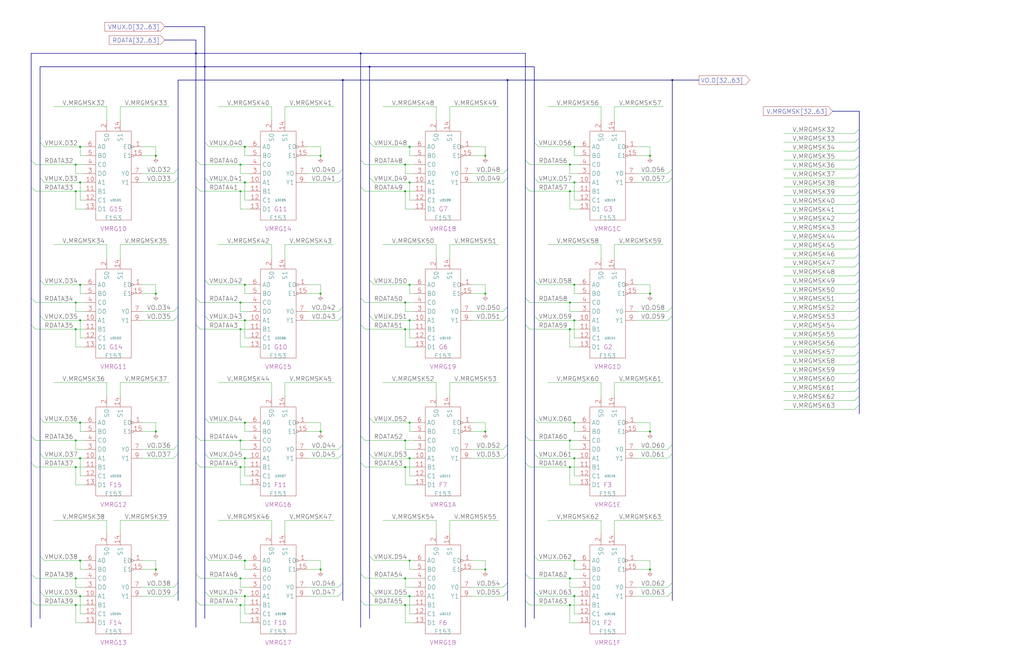
<source format=kicad_sch>
(kicad_sch (version 20230121) (generator eeschema)
  (paper "User" 584.2 378.46)
  (title_block (title "MERGER / VALUE HALF LSB'S") (date "20-MAR-90") (rev "1.0") (comment 1 "FIU") (comment 2 "232-003065") (comment 3 "S400") (comment 4 "RELEASED"))
  (junction (at 137.16 330.2))
  (junction (at 231.14 109.22))
  (junction (at 231.14 93.98))
  (junction (at 137.16 345.44))
  (junction (at 45.72 162.56))
  (junction (at 327.66 261.62))
  (junction (at 45.72 83.82))
  (junction (at 325.12 109.22))
  (junction (at 43.18 93.98))
  (junction (at 88.9 246.38))
  (junction (at 88.9 88.9))
  (junction (at 327.66 104.14))
  (junction (at 111.76 30.48))
  (junction (at 88.9 325.12))
  (junction (at 88.9 167.64))
  (junction (at 205.74 30.48))
  (junction (at 370.84 88.9))
  (junction (at 233.68 241.3))
  (junction (at 383.54 45.72))
  (junction (at 182.88 167.64))
  (junction (at 231.14 187.96))
  (junction (at 139.7 261.62))
  (junction (at 137.16 251.46))
  (junction (at 43.18 251.46))
  (junction (at 45.72 320.04))
  (junction (at 231.14 266.7))
  (junction (at 182.88 88.9))
  (junction (at 289.56 45.72))
  (junction (at 325.12 330.2))
  (junction (at 233.68 104.14))
  (junction (at 325.12 172.72))
  (junction (at 325.12 93.98))
  (junction (at 45.72 241.3))
  (junction (at 327.66 182.88))
  (junction (at 231.14 251.46))
  (junction (at 276.86 246.38))
  (junction (at 233.68 182.88))
  (junction (at 231.14 345.44))
  (junction (at 233.68 162.56))
  (junction (at 43.18 187.96))
  (junction (at 276.86 325.12))
  (junction (at 45.72 182.88))
  (junction (at 137.16 109.22))
  (junction (at 43.18 172.72))
  (junction (at 137.16 172.72))
  (junction (at 276.86 167.64))
  (junction (at 43.18 109.22))
  (junction (at 233.68 320.04))
  (junction (at 327.66 162.56))
  (junction (at 231.14 330.2))
  (junction (at 327.66 340.36))
  (junction (at 182.88 325.12))
  (junction (at 137.16 266.7))
  (junction (at 325.12 345.44))
  (junction (at 137.16 187.96))
  (junction (at 182.88 246.38))
  (junction (at 231.14 172.72))
  (junction (at 327.66 241.3))
  (junction (at 139.7 104.14))
  (junction (at 45.72 104.14))
  (junction (at 233.68 83.82))
  (junction (at 116.84 38.1))
  (junction (at 139.7 320.04))
  (junction (at 45.72 340.36))
  (junction (at 43.18 266.7))
  (junction (at 43.18 345.44))
  (junction (at 370.84 167.64))
  (junction (at 139.7 340.36))
  (junction (at 327.66 320.04))
  (junction (at 137.16 93.98))
  (junction (at 233.68 261.62))
  (junction (at 210.82 38.1))
  (junction (at 195.58 45.72))
  (junction (at 370.84 325.12))
  (junction (at 43.18 330.2))
  (junction (at 370.84 246.38))
  (junction (at 139.7 241.3))
  (junction (at 325.12 251.46))
  (junction (at 139.7 182.88))
  (junction (at 276.86 88.9))
  (junction (at 233.68 340.36))
  (junction (at 139.7 162.56))
  (junction (at 139.7 83.82))
  (junction (at 327.66 83.82))
  (junction (at 325.12 266.7))
  (junction (at 325.12 187.96))
  (junction (at 45.72 261.62))
  (bus_entry (at 116.84 160.02) (size 2.54 2.54))
  (bus_entry (at 490.22 220.98) (size -2.54 2.54))
  (bus_entry (at 210.82 259.08) (size 2.54 2.54))
  (bus_entry (at 383.54 175.26) (size -2.54 2.54))
  (bus_entry (at 490.22 149.86) (size -2.54 2.54))
  (bus_entry (at 490.22 119.38) (size -2.54 2.54))
  (bus_entry (at 195.58 254) (size -2.54 2.54))
  (bus_entry (at 101.6 101.6) (size -2.54 2.54))
  (bus_entry (at 289.56 332.74) (size -2.54 2.54))
  (bus_entry (at 383.54 101.6) (size -2.54 2.54))
  (bus_entry (at 195.58 332.74) (size -2.54 2.54))
  (bus_entry (at 205.74 170.18) (size 2.54 2.54))
  (bus_entry (at 490.22 104.14) (size -2.54 2.54))
  (bus_entry (at 17.78 264.16) (size 2.54 2.54))
  (bus_entry (at 17.78 185.42) (size 2.54 2.54))
  (bus_entry (at 304.8 81.28) (size 2.54 2.54))
  (bus_entry (at 205.74 248.92) (size 2.54 2.54))
  (bus_entry (at 210.82 160.02) (size 2.54 2.54))
  (bus_entry (at 304.8 180.34) (size 2.54 2.54))
  (bus_entry (at 490.22 185.42) (size -2.54 2.54))
  (bus_entry (at 101.6 180.34) (size -2.54 2.54))
  (bus_entry (at 490.22 129.54) (size -2.54 2.54))
  (bus_entry (at 210.82 317.5) (size 2.54 2.54))
  (bus_entry (at 205.74 106.68) (size 2.54 2.54))
  (bus_entry (at 111.76 170.18) (size 2.54 2.54))
  (bus_entry (at 490.22 205.74) (size -2.54 2.54))
  (bus_entry (at 210.82 337.82) (size 2.54 2.54))
  (bus_entry (at 111.76 185.42) (size 2.54 2.54))
  (bus_entry (at 116.84 238.76) (size 2.54 2.54))
  (bus_entry (at 490.22 175.26) (size -2.54 2.54))
  (bus_entry (at 17.78 91.44) (size 2.54 2.54))
  (bus_entry (at 205.74 327.66) (size 2.54 2.54))
  (bus_entry (at 111.76 91.44) (size 2.54 2.54))
  (bus_entry (at 205.74 185.42) (size 2.54 2.54))
  (bus_entry (at 116.84 259.08) (size 2.54 2.54))
  (bus_entry (at 299.72 185.42) (size 2.54 2.54))
  (bus_entry (at 383.54 180.34) (size -2.54 2.54))
  (bus_entry (at 205.74 342.9) (size 2.54 2.54))
  (bus_entry (at 22.86 317.5) (size 2.54 2.54))
  (bus_entry (at 101.6 175.26) (size -2.54 2.54))
  (bus_entry (at 304.8 160.02) (size 2.54 2.54))
  (bus_entry (at 17.78 248.92) (size 2.54 2.54))
  (bus_entry (at 111.76 248.92) (size 2.54 2.54))
  (bus_entry (at 111.76 327.66) (size 2.54 2.54))
  (bus_entry (at 116.84 101.6) (size 2.54 2.54))
  (bus_entry (at 299.72 170.18) (size 2.54 2.54))
  (bus_entry (at 210.82 101.6) (size 2.54 2.54))
  (bus_entry (at 490.22 190.5) (size -2.54 2.54))
  (bus_entry (at 195.58 96.52) (size -2.54 2.54))
  (bus_entry (at 101.6 259.08) (size -2.54 2.54))
  (bus_entry (at 289.56 96.52) (size -2.54 2.54))
  (bus_entry (at 490.22 139.7) (size -2.54 2.54))
  (bus_entry (at 22.86 101.6) (size 2.54 2.54))
  (bus_entry (at 490.22 83.82) (size -2.54 2.54))
  (bus_entry (at 195.58 175.26) (size -2.54 2.54))
  (bus_entry (at 490.22 144.78) (size -2.54 2.54))
  (bus_entry (at 116.84 337.82) (size 2.54 2.54))
  (bus_entry (at 383.54 332.74) (size -2.54 2.54))
  (bus_entry (at 304.8 238.76) (size 2.54 2.54))
  (bus_entry (at 490.22 109.22) (size -2.54 2.54))
  (bus_entry (at 490.22 170.18) (size -2.54 2.54))
  (bus_entry (at 101.6 96.52) (size -2.54 2.54))
  (bus_entry (at 289.56 180.34) (size -2.54 2.54))
  (bus_entry (at 17.78 327.66) (size 2.54 2.54))
  (bus_entry (at 304.8 259.08) (size 2.54 2.54))
  (bus_entry (at 490.22 180.34) (size -2.54 2.54))
  (bus_entry (at 22.86 81.28) (size 2.54 2.54))
  (bus_entry (at 22.86 180.34) (size 2.54 2.54))
  (bus_entry (at 490.22 154.94) (size -2.54 2.54))
  (bus_entry (at 299.72 327.66) (size 2.54 2.54))
  (bus_entry (at 490.22 215.9) (size -2.54 2.54))
  (bus_entry (at 383.54 259.08) (size -2.54 2.54))
  (bus_entry (at 490.22 200.66) (size -2.54 2.54))
  (bus_entry (at 22.86 160.02) (size 2.54 2.54))
  (bus_entry (at 195.58 259.08) (size -2.54 2.54))
  (bus_entry (at 383.54 96.52) (size -2.54 2.54))
  (bus_entry (at 304.8 101.6) (size 2.54 2.54))
  (bus_entry (at 299.72 264.16) (size 2.54 2.54))
  (bus_entry (at 101.6 254) (size -2.54 2.54))
  (bus_entry (at 22.86 259.08) (size 2.54 2.54))
  (bus_entry (at 116.84 81.28) (size 2.54 2.54))
  (bus_entry (at 111.76 342.9) (size 2.54 2.54))
  (bus_entry (at 490.22 88.9) (size -2.54 2.54))
  (bus_entry (at 205.74 91.44) (size 2.54 2.54))
  (bus_entry (at 289.56 175.26) (size -2.54 2.54))
  (bus_entry (at 490.22 210.82) (size -2.54 2.54))
  (bus_entry (at 210.82 81.28) (size 2.54 2.54))
  (bus_entry (at 490.22 134.62) (size -2.54 2.54))
  (bus_entry (at 299.72 106.68) (size 2.54 2.54))
  (bus_entry (at 299.72 91.44) (size 2.54 2.54))
  (bus_entry (at 383.54 337.82) (size -2.54 2.54))
  (bus_entry (at 490.22 78.74) (size -2.54 2.54))
  (bus_entry (at 289.56 259.08) (size -2.54 2.54))
  (bus_entry (at 116.84 317.5) (size 2.54 2.54))
  (bus_entry (at 490.22 124.46) (size -2.54 2.54))
  (bus_entry (at 17.78 170.18) (size 2.54 2.54))
  (bus_entry (at 490.22 195.58) (size -2.54 2.54))
  (bus_entry (at 299.72 342.9) (size 2.54 2.54))
  (bus_entry (at 490.22 99.06) (size -2.54 2.54))
  (bus_entry (at 111.76 264.16) (size 2.54 2.54))
  (bus_entry (at 490.22 114.3) (size -2.54 2.54))
  (bus_entry (at 490.22 165.1) (size -2.54 2.54))
  (bus_entry (at 299.72 248.92) (size 2.54 2.54))
  (bus_entry (at 195.58 101.6) (size -2.54 2.54))
  (bus_entry (at 17.78 342.9) (size 2.54 2.54))
  (bus_entry (at 304.8 337.82) (size 2.54 2.54))
  (bus_entry (at 101.6 337.82) (size -2.54 2.54))
  (bus_entry (at 116.84 180.34) (size 2.54 2.54))
  (bus_entry (at 289.56 101.6) (size -2.54 2.54))
  (bus_entry (at 289.56 337.82) (size -2.54 2.54))
  (bus_entry (at 111.76 106.68) (size 2.54 2.54))
  (bus_entry (at 383.54 254) (size -2.54 2.54))
  (bus_entry (at 195.58 180.34) (size -2.54 2.54))
  (bus_entry (at 289.56 254) (size -2.54 2.54))
  (bus_entry (at 490.22 160.02) (size -2.54 2.54))
  (bus_entry (at 195.58 337.82) (size -2.54 2.54))
  (bus_entry (at 210.82 180.34) (size 2.54 2.54))
  (bus_entry (at 101.6 332.74) (size -2.54 2.54))
  (bus_entry (at 304.8 317.5) (size 2.54 2.54))
  (bus_entry (at 22.86 337.82) (size 2.54 2.54))
  (bus_entry (at 490.22 226.06) (size -2.54 2.54))
  (bus_entry (at 210.82 238.76) (size 2.54 2.54))
  (bus_entry (at 490.22 73.66) (size -2.54 2.54))
  (bus_entry (at 205.74 264.16) (size 2.54 2.54))
  (bus_entry (at 490.22 231.14) (size -2.54 2.54))
  (bus_entry (at 22.86 238.76) (size 2.54 2.54))
  (bus_entry (at 17.78 106.68) (size 2.54 2.54))
  (bus_entry (at 490.22 93.98) (size -2.54 2.54))
  (wire (pts (xy 45.72 182.88) (xy 48.26 182.88)))
  (bus (pts (xy 490.22 226.06) (xy 490.22 231.14)))
  (wire (pts (xy 208.28 266.7) (xy 231.14 266.7)))
  (wire (pts (xy 25.4 241.3) (xy 45.72 241.3)))
  (wire (pts (xy 119.38 241.3) (xy 139.7 241.3)))
  (bus (pts (xy 17.78 264.16) (xy 17.78 327.66)))
  (wire (pts (xy 68.58 226.06) (xy 68.58 218.44)))
  (wire (pts (xy 447.04 132.08) (xy 487.68 132.08)))
  (bus (pts (xy 490.22 104.14) (xy 490.22 109.22)))
  (wire (pts (xy 312.42 60.96) (xy 342.9 60.96)))
  (wire (pts (xy 162.56 139.7) (xy 190.5 139.7)))
  (wire (pts (xy 256.54 68.58) (xy 256.54 60.96)))
  (wire (pts (xy 325.12 335.28) (xy 325.12 330.2)))
  (wire (pts (xy 142.24 99.06) (xy 137.16 99.06)))
  (wire (pts (xy 45.72 114.3) (xy 45.72 104.14)))
  (bus (pts (xy 205.74 185.42) (xy 205.74 248.92)))
  (wire (pts (xy 325.12 177.8) (xy 325.12 172.72)))
  (wire (pts (xy 154.94 226.06) (xy 154.94 218.44)))
  (wire (pts (xy 60.96 68.58) (xy 60.96 60.96)))
  (wire (pts (xy 137.16 266.7) (xy 142.24 266.7)))
  (wire (pts (xy 20.32 172.72) (xy 43.18 172.72)))
  (wire (pts (xy 139.7 182.88) (xy 142.24 182.88)))
  (wire (pts (xy 233.68 88.9) (xy 233.68 83.82)))
  (wire (pts (xy 139.7 320.04) (xy 142.24 320.04)))
  (bus (pts (xy 210.82 180.34) (xy 210.82 238.76)))
  (bus (pts (xy 111.76 264.16) (xy 111.76 327.66)))
  (wire (pts (xy 307.34 182.88) (xy 327.66 182.88)))
  (wire (pts (xy 162.56 304.8) (xy 162.56 297.18)))
  (bus (pts (xy 490.22 231.14) (xy 490.22 236.22)))
  (wire (pts (xy 45.72 246.38) (xy 45.72 241.3)))
  (wire (pts (xy 370.84 83.82) (xy 370.84 88.9)))
  (bus (pts (xy 101.6 254) (xy 101.6 259.08)))
  (wire (pts (xy 81.28 261.62) (xy 99.06 261.62)))
  (wire (pts (xy 350.52 68.58) (xy 350.52 60.96)))
  (wire (pts (xy 302.26 345.44) (xy 325.12 345.44)))
  (wire (pts (xy 114.3 345.44) (xy 137.16 345.44)))
  (wire (pts (xy 119.38 340.36) (xy 139.7 340.36)))
  (wire (pts (xy 81.28 256.54) (xy 99.06 256.54)))
  (wire (pts (xy 256.54 218.44) (xy 284.48 218.44)))
  (wire (pts (xy 233.68 350.52) (xy 233.68 340.36)))
  (wire (pts (xy 88.9 320.04) (xy 88.9 325.12)))
  (wire (pts (xy 139.7 261.62) (xy 142.24 261.62)))
  (wire (pts (xy 233.68 182.88) (xy 236.22 182.88)))
  (wire (pts (xy 60.96 147.32) (xy 60.96 139.7)))
  (wire (pts (xy 269.24 340.36) (xy 287.02 340.36)))
  (wire (pts (xy 236.22 335.28) (xy 231.14 335.28)))
  (wire (pts (xy 30.48 218.44) (xy 60.96 218.44)))
  (wire (pts (xy 447.04 101.6) (xy 487.68 101.6)))
  (wire (pts (xy 327.66 340.36) (xy 330.2 340.36)))
  (wire (pts (xy 233.68 241.3) (xy 236.22 241.3)))
  (wire (pts (xy 269.24 246.38) (xy 276.86 246.38)))
  (bus (pts (xy 111.76 22.86) (xy 111.76 30.48)))
  (wire (pts (xy 447.04 167.64) (xy 487.68 167.64)))
  (wire (pts (xy 213.36 320.04) (xy 233.68 320.04)))
  (wire (pts (xy 114.3 109.22) (xy 137.16 109.22)))
  (bus (pts (xy 490.22 185.42) (xy 490.22 190.5)))
  (wire (pts (xy 233.68 320.04) (xy 236.22 320.04)))
  (bus (pts (xy 22.86 81.28) (xy 22.86 101.6)))
  (wire (pts (xy 330.2 88.9) (xy 327.66 88.9)))
  (bus (pts (xy 101.6 337.82) (xy 101.6 342.9)))
  (bus (pts (xy 101.6 259.08) (xy 101.6 332.74)))
  (bus (pts (xy 116.84 259.08) (xy 116.84 317.5)))
  (wire (pts (xy 363.22 261.62) (xy 381 261.62)))
  (wire (pts (xy 137.16 93.98) (xy 142.24 93.98)))
  (bus (pts (xy 205.74 342.9) (xy 205.74 358.14)))
  (bus (pts (xy 17.78 30.48) (xy 17.78 91.44)))
  (wire (pts (xy 81.28 246.38) (xy 88.9 246.38)))
  (bus (pts (xy 17.78 30.48) (xy 111.76 30.48)))
  (wire (pts (xy 302.26 251.46) (xy 325.12 251.46)))
  (bus (pts (xy 17.78 342.9) (xy 17.78 358.14)))
  (bus (pts (xy 195.58 96.52) (xy 195.58 101.6)))
  (wire (pts (xy 325.12 109.22) (xy 330.2 109.22)))
  (wire (pts (xy 30.48 297.18) (xy 60.96 297.18)))
  (wire (pts (xy 312.42 139.7) (xy 342.9 139.7)))
  (wire (pts (xy 447.04 233.68) (xy 487.68 233.68)))
  (wire (pts (xy 248.92 68.58) (xy 248.92 60.96)))
  (wire (pts (xy 330.2 119.38) (xy 325.12 119.38)))
  (wire (pts (xy 363.22 320.04) (xy 370.84 320.04)))
  (wire (pts (xy 236.22 325.12) (xy 233.68 325.12)))
  (wire (pts (xy 342.9 68.58) (xy 342.9 60.96)))
  (bus (pts (xy 490.22 114.3) (xy 490.22 119.38)))
  (wire (pts (xy 68.58 297.18) (xy 96.52 297.18)))
  (wire (pts (xy 231.14 93.98) (xy 236.22 93.98)))
  (wire (pts (xy 142.24 114.3) (xy 139.7 114.3)))
  (bus (pts (xy 101.6 45.72) (xy 195.58 45.72)))
  (wire (pts (xy 363.22 177.8) (xy 381 177.8)))
  (wire (pts (xy 114.3 251.46) (xy 137.16 251.46)))
  (wire (pts (xy 447.04 177.8) (xy 487.68 177.8)))
  (wire (pts (xy 218.44 297.18) (xy 248.92 297.18)))
  (wire (pts (xy 231.14 355.6) (xy 231.14 345.44)))
  (wire (pts (xy 231.14 330.2) (xy 236.22 330.2)))
  (wire (pts (xy 447.04 76.2) (xy 487.68 76.2)))
  (wire (pts (xy 447.04 162.56) (xy 487.68 162.56)))
  (bus (pts (xy 116.84 337.82) (xy 116.84 353.06)))
  (wire (pts (xy 363.22 83.82) (xy 370.84 83.82)))
  (wire (pts (xy 119.38 182.88) (xy 139.7 182.88)))
  (wire (pts (xy 43.18 177.8) (xy 43.18 172.72)))
  (wire (pts (xy 175.26 340.36) (xy 193.04 340.36)))
  (wire (pts (xy 114.3 330.2) (xy 137.16 330.2)))
  (wire (pts (xy 218.44 218.44) (xy 248.92 218.44)))
  (wire (pts (xy 363.22 335.28) (xy 381 335.28)))
  (wire (pts (xy 236.22 88.9) (xy 233.68 88.9)))
  (bus (pts (xy 304.8 81.28) (xy 304.8 101.6)))
  (wire (pts (xy 142.24 167.64) (xy 139.7 167.64)))
  (bus (pts (xy 299.72 106.68) (xy 299.72 170.18)))
  (wire (pts (xy 447.04 106.68) (xy 487.68 106.68)))
  (wire (pts (xy 124.46 60.96) (xy 154.94 60.96)))
  (wire (pts (xy 231.14 198.12) (xy 231.14 187.96)))
  (wire (pts (xy 142.24 350.52) (xy 139.7 350.52)))
  (wire (pts (xy 81.28 167.64) (xy 88.9 167.64)))
  (wire (pts (xy 269.24 83.82) (xy 276.86 83.82)))
  (wire (pts (xy 269.24 241.3) (xy 276.86 241.3)))
  (wire (pts (xy 81.28 335.28) (xy 99.06 335.28)))
  (wire (pts (xy 48.26 198.12) (xy 43.18 198.12)))
  (bus (pts (xy 111.76 106.68) (xy 111.76 170.18)))
  (wire (pts (xy 325.12 99.06) (xy 325.12 93.98)))
  (wire (pts (xy 81.28 320.04) (xy 88.9 320.04)))
  (wire (pts (xy 81.28 162.56) (xy 88.9 162.56)))
  (wire (pts (xy 447.04 111.76) (xy 487.68 111.76)))
  (bus (pts (xy 116.84 38.1) (xy 210.82 38.1)))
  (wire (pts (xy 142.24 119.38) (xy 137.16 119.38)))
  (wire (pts (xy 175.26 241.3) (xy 182.88 241.3)))
  (wire (pts (xy 139.7 88.9) (xy 139.7 83.82)))
  (bus (pts (xy 490.22 210.82) (xy 490.22 215.9)))
  (wire (pts (xy 81.28 104.14) (xy 99.06 104.14)))
  (wire (pts (xy 139.7 162.56) (xy 142.24 162.56)))
  (wire (pts (xy 248.92 304.8) (xy 248.92 297.18)))
  (wire (pts (xy 175.26 88.9) (xy 182.88 88.9)))
  (wire (pts (xy 43.18 355.6) (xy 43.18 345.44)))
  (wire (pts (xy 182.88 83.82) (xy 182.88 88.9)))
  (bus (pts (xy 116.84 180.34) (xy 116.84 238.76)))
  (wire (pts (xy 25.4 182.88) (xy 45.72 182.88)))
  (wire (pts (xy 119.38 83.82) (xy 139.7 83.82)))
  (wire (pts (xy 236.22 246.38) (xy 233.68 246.38)))
  (wire (pts (xy 330.2 99.06) (xy 325.12 99.06)))
  (wire (pts (xy 68.58 60.96) (xy 96.52 60.96)))
  (wire (pts (xy 363.22 325.12) (xy 370.84 325.12)))
  (wire (pts (xy 325.12 172.72) (xy 330.2 172.72)))
  (wire (pts (xy 68.58 218.44) (xy 96.52 218.44)))
  (wire (pts (xy 342.9 226.06) (xy 342.9 218.44)))
  (bus (pts (xy 116.84 15.24) (xy 116.84 38.1)))
  (bus (pts (xy 299.72 342.9) (xy 299.72 358.14)))
  (bus (pts (xy 289.56 175.26) (xy 289.56 180.34)))
  (bus (pts (xy 205.74 30.48) (xy 205.74 91.44)))
  (wire (pts (xy 307.34 340.36) (xy 327.66 340.36)))
  (wire (pts (xy 88.9 162.56) (xy 88.9 167.64)))
  (bus (pts (xy 383.54 254) (xy 383.54 259.08)))
  (wire (pts (xy 363.22 340.36) (xy 381 340.36)))
  (wire (pts (xy 48.26 256.54) (xy 43.18 256.54)))
  (bus (pts (xy 22.86 317.5) (xy 22.86 337.82)))
  (wire (pts (xy 370.84 162.56) (xy 370.84 167.64)))
  (bus (pts (xy 490.22 205.74) (xy 490.22 210.82)))
  (bus (pts (xy 474.98 63.5) (xy 490.22 63.5)))
  (wire (pts (xy 208.28 187.96) (xy 231.14 187.96)))
  (wire (pts (xy 447.04 142.24) (xy 487.68 142.24)))
  (wire (pts (xy 231.14 119.38) (xy 231.14 109.22)))
  (bus (pts (xy 383.54 101.6) (xy 383.54 175.26)))
  (wire (pts (xy 208.28 345.44) (xy 231.14 345.44)))
  (wire (pts (xy 327.66 241.3) (xy 330.2 241.3)))
  (wire (pts (xy 236.22 177.8) (xy 231.14 177.8)))
  (wire (pts (xy 175.26 104.14) (xy 193.04 104.14)))
  (bus (pts (xy 210.82 259.08) (xy 210.82 317.5)))
  (wire (pts (xy 312.42 297.18) (xy 342.9 297.18)))
  (wire (pts (xy 137.16 99.06) (xy 137.16 93.98)))
  (wire (pts (xy 302.26 172.72) (xy 325.12 172.72)))
  (bus (pts (xy 17.78 91.44) (xy 17.78 106.68)))
  (wire (pts (xy 363.22 246.38) (xy 370.84 246.38)))
  (wire (pts (xy 45.72 241.3) (xy 48.26 241.3)))
  (wire (pts (xy 350.52 218.44) (xy 378.46 218.44)))
  (bus (pts (xy 195.58 45.72) (xy 289.56 45.72)))
  (wire (pts (xy 269.24 335.28) (xy 287.02 335.28)))
  (bus (pts (xy 289.56 45.72) (xy 383.54 45.72)))
  (wire (pts (xy 256.54 304.8) (xy 256.54 297.18)))
  (wire (pts (xy 137.16 172.72) (xy 142.24 172.72)))
  (wire (pts (xy 137.16 187.96) (xy 142.24 187.96)))
  (wire (pts (xy 213.36 182.88) (xy 233.68 182.88)))
  (bus (pts (xy 17.78 106.68) (xy 17.78 170.18)))
  (bus (pts (xy 490.22 93.98) (xy 490.22 99.06)))
  (wire (pts (xy 48.26 88.9) (xy 45.72 88.9)))
  (wire (pts (xy 236.22 114.3) (xy 233.68 114.3)))
  (bus (pts (xy 289.56 254) (xy 289.56 259.08)))
  (wire (pts (xy 350.52 139.7) (xy 378.46 139.7)))
  (bus (pts (xy 289.56 337.82) (xy 289.56 342.9)))
  (wire (pts (xy 363.22 162.56) (xy 370.84 162.56)))
  (bus (pts (xy 299.72 91.44) (xy 299.72 106.68)))
  (wire (pts (xy 325.12 355.6) (xy 325.12 345.44)))
  (wire (pts (xy 43.18 187.96) (xy 48.26 187.96)))
  (wire (pts (xy 139.7 193.04) (xy 139.7 182.88)))
  (wire (pts (xy 233.68 261.62) (xy 236.22 261.62)))
  (wire (pts (xy 307.34 320.04) (xy 327.66 320.04)))
  (bus (pts (xy 101.6 332.74) (xy 101.6 337.82)))
  (wire (pts (xy 30.48 60.96) (xy 60.96 60.96)))
  (bus (pts (xy 111.76 30.48) (xy 111.76 91.44)))
  (wire (pts (xy 327.66 114.3) (xy 327.66 104.14)))
  (wire (pts (xy 236.22 355.6) (xy 231.14 355.6)))
  (wire (pts (xy 81.28 99.06) (xy 99.06 99.06)))
  (wire (pts (xy 213.36 162.56) (xy 233.68 162.56)))
  (bus (pts (xy 22.86 38.1) (xy 116.84 38.1)))
  (wire (pts (xy 302.26 266.7) (xy 325.12 266.7)))
  (wire (pts (xy 363.22 104.14) (xy 381 104.14)))
  (wire (pts (xy 20.32 109.22) (xy 43.18 109.22)))
  (wire (pts (xy 154.94 68.58) (xy 154.94 60.96)))
  (wire (pts (xy 325.12 266.7) (xy 330.2 266.7)))
  (wire (pts (xy 269.24 256.54) (xy 287.02 256.54)))
  (wire (pts (xy 350.52 297.18) (xy 378.46 297.18)))
  (bus (pts (xy 17.78 327.66) (xy 17.78 342.9)))
  (wire (pts (xy 20.32 187.96) (xy 43.18 187.96)))
  (bus (pts (xy 490.22 129.54) (xy 490.22 134.62)))
  (wire (pts (xy 363.22 241.3) (xy 370.84 241.3)))
  (wire (pts (xy 307.34 241.3) (xy 327.66 241.3)))
  (wire (pts (xy 231.14 251.46) (xy 236.22 251.46)))
  (bus (pts (xy 205.74 264.16) (xy 205.74 327.66)))
  (wire (pts (xy 114.3 187.96) (xy 137.16 187.96)))
  (wire (pts (xy 236.22 350.52) (xy 233.68 350.52)))
  (wire (pts (xy 213.36 261.62) (xy 233.68 261.62)))
  (wire (pts (xy 43.18 172.72) (xy 48.26 172.72)))
  (wire (pts (xy 447.04 218.44) (xy 487.68 218.44)))
  (wire (pts (xy 307.34 83.82) (xy 327.66 83.82)))
  (bus (pts (xy 17.78 185.42) (xy 17.78 248.92)))
  (wire (pts (xy 142.24 177.8) (xy 137.16 177.8)))
  (bus (pts (xy 383.54 259.08) (xy 383.54 332.74)))
  (wire (pts (xy 269.24 261.62) (xy 287.02 261.62)))
  (wire (pts (xy 269.24 167.64) (xy 276.86 167.64)))
  (bus (pts (xy 490.22 144.78) (xy 490.22 149.86)))
  (wire (pts (xy 269.24 182.88) (xy 287.02 182.88)))
  (bus (pts (xy 195.58 175.26) (xy 195.58 180.34)))
  (bus (pts (xy 116.84 101.6) (xy 116.84 160.02)))
  (wire (pts (xy 175.26 83.82) (xy 182.88 83.82)))
  (wire (pts (xy 137.16 177.8) (xy 137.16 172.72)))
  (bus (pts (xy 490.22 149.86) (xy 490.22 154.94)))
  (wire (pts (xy 175.26 261.62) (xy 193.04 261.62)))
  (wire (pts (xy 162.56 147.32) (xy 162.56 139.7)))
  (wire (pts (xy 175.26 99.06) (xy 193.04 99.06)))
  (bus (pts (xy 22.86 238.76) (xy 22.86 259.08)))
  (wire (pts (xy 325.12 256.54) (xy 325.12 251.46)))
  (wire (pts (xy 327.66 88.9) (xy 327.66 83.82)))
  (bus (pts (xy 210.82 160.02) (xy 210.82 180.34)))
  (bus (pts (xy 195.58 180.34) (xy 195.58 254)))
  (wire (pts (xy 330.2 350.52) (xy 327.66 350.52)))
  (wire (pts (xy 256.54 226.06) (xy 256.54 218.44)))
  (wire (pts (xy 327.66 246.38) (xy 327.66 241.3)))
  (wire (pts (xy 302.26 109.22) (xy 325.12 109.22)))
  (bus (pts (xy 490.22 119.38) (xy 490.22 124.46)))
  (wire (pts (xy 68.58 304.8) (xy 68.58 297.18)))
  (bus (pts (xy 490.22 190.5) (xy 490.22 195.58)))
  (wire (pts (xy 175.26 325.12) (xy 182.88 325.12)))
  (wire (pts (xy 447.04 152.4) (xy 487.68 152.4)))
  (wire (pts (xy 114.3 93.98) (xy 137.16 93.98)))
  (wire (pts (xy 312.42 218.44) (xy 342.9 218.44)))
  (bus (pts (xy 22.86 38.1) (xy 22.86 81.28)))
  (wire (pts (xy 342.9 304.8) (xy 342.9 297.18)))
  (wire (pts (xy 81.28 83.82) (xy 88.9 83.82)))
  (bus (pts (xy 101.6 180.34) (xy 101.6 254)))
  (bus (pts (xy 289.56 101.6) (xy 289.56 175.26)))
  (wire (pts (xy 447.04 223.52) (xy 487.68 223.52)))
  (wire (pts (xy 208.28 251.46) (xy 231.14 251.46)))
  (wire (pts (xy 175.26 167.64) (xy 182.88 167.64)))
  (wire (pts (xy 327.66 271.78) (xy 327.66 261.62)))
  (wire (pts (xy 45.72 340.36) (xy 48.26 340.36)))
  (wire (pts (xy 325.12 119.38) (xy 325.12 109.22)))
  (wire (pts (xy 447.04 116.84) (xy 487.68 116.84)))
  (bus (pts (xy 205.74 106.68) (xy 205.74 170.18)))
  (wire (pts (xy 447.04 137.16) (xy 487.68 137.16)))
  (wire (pts (xy 43.18 345.44) (xy 48.26 345.44)))
  (bus (pts (xy 490.22 220.98) (xy 490.22 226.06)))
  (wire (pts (xy 154.94 147.32) (xy 154.94 139.7)))
  (bus (pts (xy 289.56 45.72) (xy 289.56 96.52)))
  (wire (pts (xy 233.68 114.3) (xy 233.68 104.14)))
  (bus (pts (xy 195.58 259.08) (xy 195.58 332.74)))
  (wire (pts (xy 236.22 193.04) (xy 233.68 193.04)))
  (wire (pts (xy 48.26 114.3) (xy 45.72 114.3)))
  (bus (pts (xy 299.72 248.92) (xy 299.72 264.16)))
  (bus (pts (xy 205.74 170.18) (xy 205.74 185.42)))
  (wire (pts (xy 213.36 104.14) (xy 233.68 104.14)))
  (wire (pts (xy 48.26 99.06) (xy 43.18 99.06)))
  (bus (pts (xy 490.22 165.1) (xy 490.22 170.18)))
  (wire (pts (xy 350.52 147.32) (xy 350.52 139.7)))
  (bus (pts (xy 22.86 101.6) (xy 22.86 160.02)))
  (bus (pts (xy 299.72 327.66) (xy 299.72 342.9)))
  (bus (pts (xy 101.6 101.6) (xy 101.6 175.26)))
  (wire (pts (xy 175.26 246.38) (xy 182.88 246.38)))
  (bus (pts (xy 116.84 160.02) (xy 116.84 180.34)))
  (wire (pts (xy 276.86 241.3) (xy 276.86 246.38)))
  (wire (pts (xy 175.26 256.54) (xy 193.04 256.54)))
  (wire (pts (xy 139.7 325.12) (xy 139.7 320.04)))
  (wire (pts (xy 330.2 193.04) (xy 327.66 193.04)))
  (bus (pts (xy 490.22 200.66) (xy 490.22 205.74)))
  (wire (pts (xy 43.18 256.54) (xy 43.18 251.46)))
  (bus (pts (xy 195.58 332.74) (xy 195.58 337.82)))
  (bus (pts (xy 205.74 91.44) (xy 205.74 106.68)))
  (wire (pts (xy 233.68 83.82) (xy 236.22 83.82)))
  (wire (pts (xy 208.28 93.98) (xy 231.14 93.98)))
  (wire (pts (xy 330.2 246.38) (xy 327.66 246.38)))
  (bus (pts (xy 304.8 259.08) (xy 304.8 317.5)))
  (bus (pts (xy 116.84 238.76) (xy 116.84 259.08)))
  (bus (pts (xy 383.54 332.74) (xy 383.54 337.82)))
  (wire (pts (xy 370.84 320.04) (xy 370.84 325.12)))
  (wire (pts (xy 231.14 266.7) (xy 236.22 266.7)))
  (wire (pts (xy 45.72 83.82) (xy 48.26 83.82)))
  (wire (pts (xy 447.04 208.28) (xy 487.68 208.28)))
  (wire (pts (xy 48.26 355.6) (xy 43.18 355.6)))
  (bus (pts (xy 93.98 22.86) (xy 111.76 22.86)))
  (wire (pts (xy 248.92 147.32) (xy 248.92 139.7)))
  (wire (pts (xy 124.46 218.44) (xy 154.94 218.44)))
  (wire (pts (xy 327.66 167.64) (xy 327.66 162.56)))
  (wire (pts (xy 142.24 246.38) (xy 139.7 246.38)))
  (wire (pts (xy 162.56 297.18) (xy 190.5 297.18)))
  (wire (pts (xy 327.66 193.04) (xy 327.66 182.88)))
  (wire (pts (xy 447.04 157.48) (xy 487.68 157.48)))
  (wire (pts (xy 142.24 276.86) (xy 137.16 276.86)))
  (wire (pts (xy 137.16 256.54) (xy 137.16 251.46)))
  (wire (pts (xy 45.72 261.62) (xy 48.26 261.62)))
  (bus (pts (xy 490.22 180.34) (xy 490.22 185.42)))
  (wire (pts (xy 231.14 256.54) (xy 231.14 251.46)))
  (wire (pts (xy 48.26 193.04) (xy 45.72 193.04)))
  (wire (pts (xy 81.28 182.88) (xy 99.06 182.88)))
  (wire (pts (xy 137.16 345.44) (xy 142.24 345.44)))
  (wire (pts (xy 363.22 182.88) (xy 381 182.88)))
  (wire (pts (xy 269.24 162.56) (xy 276.86 162.56)))
  (wire (pts (xy 60.96 304.8) (xy 60.96 297.18)))
  (wire (pts (xy 68.58 68.58) (xy 68.58 60.96)))
  (wire (pts (xy 231.14 172.72) (xy 236.22 172.72)))
  (wire (pts (xy 447.04 193.04) (xy 487.68 193.04)))
  (wire (pts (xy 124.46 297.18) (xy 154.94 297.18)))
  (wire (pts (xy 231.14 335.28) (xy 231.14 330.2)))
  (wire (pts (xy 45.72 162.56) (xy 48.26 162.56)))
  (bus (pts (xy 210.82 337.82) (xy 210.82 353.06)))
  (bus (pts (xy 289.56 96.52) (xy 289.56 101.6)))
  (wire (pts (xy 233.68 193.04) (xy 233.68 182.88)))
  (wire (pts (xy 25.4 104.14) (xy 45.72 104.14)))
  (wire (pts (xy 447.04 203.2) (xy 487.68 203.2)))
  (wire (pts (xy 68.58 139.7) (xy 96.52 139.7)))
  (wire (pts (xy 342.9 147.32) (xy 342.9 139.7)))
  (wire (pts (xy 236.22 276.86) (xy 231.14 276.86)))
  (wire (pts (xy 137.16 251.46) (xy 142.24 251.46)))
  (wire (pts (xy 45.72 350.52) (xy 45.72 340.36)))
  (wire (pts (xy 447.04 187.96) (xy 487.68 187.96)))
  (bus (pts (xy 205.74 327.66) (xy 205.74 342.9)))
  (bus (pts (xy 111.76 327.66) (xy 111.76 342.9)))
  (bus (pts (xy 490.22 134.62) (xy 490.22 139.7)))
  (wire (pts (xy 325.12 187.96) (xy 330.2 187.96)))
  (bus (pts (xy 22.86 259.08) (xy 22.86 317.5)))
  (wire (pts (xy 137.16 335.28) (xy 137.16 330.2)))
  (wire (pts (xy 60.96 226.06) (xy 60.96 218.44)))
  (wire (pts (xy 45.72 320.04) (xy 48.26 320.04)))
  (wire (pts (xy 233.68 104.14) (xy 236.22 104.14)))
  (wire (pts (xy 20.32 266.7) (xy 43.18 266.7)))
  (wire (pts (xy 88.9 241.3) (xy 88.9 246.38)))
  (wire (pts (xy 330.2 177.8) (xy 325.12 177.8)))
  (bus (pts (xy 490.22 139.7) (xy 490.22 144.78)))
  (wire (pts (xy 137.16 198.12) (xy 137.16 187.96)))
  (wire (pts (xy 269.24 88.9) (xy 276.86 88.9)))
  (wire (pts (xy 48.26 119.38) (xy 43.18 119.38)))
  (wire (pts (xy 45.72 271.78) (xy 45.72 261.62)))
  (bus (pts (xy 490.22 73.66) (xy 490.22 78.74)))
  (wire (pts (xy 330.2 335.28) (xy 325.12 335.28)))
  (bus (pts (xy 111.76 91.44) (xy 111.76 106.68)))
  (wire (pts (xy 45.72 325.12) (xy 45.72 320.04)))
  (wire (pts (xy 137.16 330.2) (xy 142.24 330.2)))
  (wire (pts (xy 256.54 139.7) (xy 284.48 139.7)))
  (wire (pts (xy 218.44 139.7) (xy 248.92 139.7)))
  (wire (pts (xy 25.4 320.04) (xy 45.72 320.04)))
  (bus (pts (xy 116.84 317.5) (xy 116.84 337.82)))
  (wire (pts (xy 269.24 104.14) (xy 287.02 104.14)))
  (wire (pts (xy 231.14 99.06) (xy 231.14 93.98)))
  (bus (pts (xy 490.22 170.18) (xy 490.22 175.26)))
  (wire (pts (xy 233.68 271.78) (xy 233.68 261.62)))
  (wire (pts (xy 43.18 266.7) (xy 48.26 266.7)))
  (wire (pts (xy 142.24 355.6) (xy 137.16 355.6)))
  (wire (pts (xy 43.18 119.38) (xy 43.18 109.22)))
  (wire (pts (xy 142.24 88.9) (xy 139.7 88.9)))
  (wire (pts (xy 137.16 109.22) (xy 142.24 109.22)))
  (wire (pts (xy 68.58 147.32) (xy 68.58 139.7)))
  (wire (pts (xy 325.12 93.98) (xy 330.2 93.98)))
  (wire (pts (xy 307.34 162.56) (xy 327.66 162.56)))
  (bus (pts (xy 22.86 337.82) (xy 22.86 353.06)))
  (wire (pts (xy 137.16 355.6) (xy 137.16 345.44)))
  (bus (pts (xy 210.82 81.28) (xy 210.82 101.6)))
  (wire (pts (xy 139.7 350.52) (xy 139.7 340.36)))
  (wire (pts (xy 137.16 276.86) (xy 137.16 266.7)))
  (wire (pts (xy 447.04 127) (xy 487.68 127)))
  (wire (pts (xy 182.88 241.3) (xy 182.88 246.38)))
  (wire (pts (xy 119.38 162.56) (xy 139.7 162.56)))
  (wire (pts (xy 142.24 256.54) (xy 137.16 256.54)))
  (wire (pts (xy 236.22 198.12) (xy 231.14 198.12)))
  (wire (pts (xy 142.24 198.12) (xy 137.16 198.12)))
  (wire (pts (xy 233.68 162.56) (xy 236.22 162.56)))
  (wire (pts (xy 142.24 271.78) (xy 139.7 271.78)))
  (wire (pts (xy 231.14 109.22) (xy 236.22 109.22)))
  (wire (pts (xy 327.66 182.88) (xy 330.2 182.88)))
  (bus (pts (xy 383.54 175.26) (xy 383.54 180.34)))
  (wire (pts (xy 48.26 350.52) (xy 45.72 350.52)))
  (bus (pts (xy 111.76 185.42) (xy 111.76 248.92)))
  (wire (pts (xy 48.26 271.78) (xy 45.72 271.78)))
  (bus (pts (xy 490.22 88.9) (xy 490.22 93.98)))
  (bus (pts (xy 490.22 78.74) (xy 490.22 83.82)))
  (wire (pts (xy 447.04 182.88) (xy 487.68 182.88)))
  (wire (pts (xy 20.32 345.44) (xy 43.18 345.44)))
  (wire (pts (xy 447.04 86.36) (xy 487.68 86.36)))
  (wire (pts (xy 325.12 251.46) (xy 330.2 251.46)))
  (wire (pts (xy 330.2 355.6) (xy 325.12 355.6)))
  (bus (pts (xy 304.8 101.6) (xy 304.8 160.02)))
  (wire (pts (xy 330.2 167.64) (xy 327.66 167.64)))
  (wire (pts (xy 48.26 335.28) (xy 43.18 335.28)))
  (bus (pts (xy 299.72 30.48) (xy 299.72 91.44)))
  (bus (pts (xy 101.6 96.52) (xy 101.6 101.6)))
  (wire (pts (xy 302.26 330.2) (xy 325.12 330.2)))
  (wire (pts (xy 363.22 88.9) (xy 370.84 88.9)))
  (wire (pts (xy 350.52 60.96) (xy 378.46 60.96)))
  (bus (pts (xy 22.86 160.02) (xy 22.86 180.34)))
  (bus (pts (xy 383.54 337.82) (xy 383.54 342.9)))
  (wire (pts (xy 327.66 261.62) (xy 330.2 261.62)))
  (bus (pts (xy 210.82 101.6) (xy 210.82 160.02)))
  (wire (pts (xy 43.18 198.12) (xy 43.18 187.96)))
  (wire (pts (xy 327.66 104.14) (xy 330.2 104.14)))
  (wire (pts (xy 81.28 340.36) (xy 99.06 340.36)))
  (wire (pts (xy 256.54 60.96) (xy 284.48 60.96)))
  (bus (pts (xy 111.76 342.9) (xy 111.76 358.14)))
  (bus (pts (xy 289.56 259.08) (xy 289.56 332.74)))
  (bus (pts (xy 210.82 38.1) (xy 304.8 38.1)))
  (wire (pts (xy 231.14 345.44) (xy 236.22 345.44)))
  (bus (pts (xy 289.56 332.74) (xy 289.56 337.82)))
  (wire (pts (xy 81.28 88.9) (xy 88.9 88.9)))
  (bus (pts (xy 299.72 170.18) (xy 299.72 185.42)))
  (bus (pts (xy 195.58 254) (xy 195.58 259.08)))
  (bus (pts (xy 210.82 317.5) (xy 210.82 337.82)))
  (wire (pts (xy 20.32 330.2) (xy 43.18 330.2)))
  (bus (pts (xy 195.58 45.72) (xy 195.58 96.52)))
  (wire (pts (xy 256.54 297.18) (xy 284.48 297.18)))
  (bus (pts (xy 101.6 175.26) (xy 101.6 180.34)))
  (bus (pts (xy 299.72 264.16) (xy 299.72 327.66)))
  (wire (pts (xy 363.22 99.06) (xy 381 99.06)))
  (wire (pts (xy 175.26 162.56) (xy 182.88 162.56)))
  (wire (pts (xy 43.18 99.06) (xy 43.18 93.98)))
  (wire (pts (xy 276.86 162.56) (xy 276.86 167.64)))
  (wire (pts (xy 233.68 167.64) (xy 233.68 162.56)))
  (wire (pts (xy 45.72 88.9) (xy 45.72 83.82)))
  (wire (pts (xy 45.72 193.04) (xy 45.72 182.88)))
  (wire (pts (xy 139.7 83.82) (xy 142.24 83.82)))
  (wire (pts (xy 325.12 198.12) (xy 325.12 187.96)))
  (wire (pts (xy 447.04 172.72) (xy 487.68 172.72)))
  (wire (pts (xy 330.2 256.54) (xy 325.12 256.54)))
  (bus (pts (xy 304.8 38.1) (xy 304.8 81.28)))
  (bus (pts (xy 490.22 215.9) (xy 490.22 220.98)))
  (bus (pts (xy 210.82 238.76) (xy 210.82 259.08)))
  (wire (pts (xy 233.68 246.38) (xy 233.68 241.3)))
  (bus (pts (xy 17.78 248.92) (xy 17.78 264.16)))
  (wire (pts (xy 269.24 177.8) (xy 287.02 177.8)))
  (wire (pts (xy 233.68 340.36) (xy 236.22 340.36)))
  (wire (pts (xy 276.86 320.04) (xy 276.86 325.12)))
  (wire (pts (xy 236.22 99.06) (xy 231.14 99.06)))
  (wire (pts (xy 43.18 251.46) (xy 48.26 251.46)))
  (wire (pts (xy 330.2 198.12) (xy 325.12 198.12)))
  (wire (pts (xy 162.56 60.96) (xy 190.5 60.96)))
  (bus (pts (xy 299.72 185.42) (xy 299.72 248.92)))
  (wire (pts (xy 307.34 261.62) (xy 327.66 261.62)))
  (wire (pts (xy 119.38 320.04) (xy 139.7 320.04)))
  (wire (pts (xy 236.22 271.78) (xy 233.68 271.78)))
  (bus (pts (xy 195.58 337.82) (xy 195.58 342.9)))
  (wire (pts (xy 43.18 335.28) (xy 43.18 330.2)))
  (wire (pts (xy 363.22 256.54) (xy 381 256.54)))
  (wire (pts (xy 119.38 261.62) (xy 139.7 261.62)))
  (wire (pts (xy 330.2 114.3) (xy 327.66 114.3)))
  (bus (pts (xy 490.22 83.82) (xy 490.22 88.9)))
  (wire (pts (xy 154.94 304.8) (xy 154.94 297.18)))
  (bus (pts (xy 101.6 45.72) (xy 101.6 96.52)))
  (wire (pts (xy 447.04 228.6) (xy 487.68 228.6)))
  (wire (pts (xy 307.34 104.14) (xy 327.66 104.14)))
  (wire (pts (xy 327.66 162.56) (xy 330.2 162.56)))
  (bus (pts (xy 490.22 63.5) (xy 490.22 73.66)))
  (wire (pts (xy 208.28 172.72) (xy 231.14 172.72)))
  (wire (pts (xy 45.72 104.14) (xy 48.26 104.14)))
  (wire (pts (xy 162.56 226.06) (xy 162.56 218.44)))
  (wire (pts (xy 182.88 162.56) (xy 182.88 167.64)))
  (wire (pts (xy 81.28 177.8) (xy 99.06 177.8)))
  (wire (pts (xy 447.04 147.32) (xy 487.68 147.32)))
  (wire (pts (xy 330.2 325.12) (xy 327.66 325.12)))
  (wire (pts (xy 137.16 119.38) (xy 137.16 109.22)))
  (bus (pts (xy 304.8 160.02) (xy 304.8 180.34)))
  (bus (pts (xy 490.22 109.22) (xy 490.22 114.3)))
  (wire (pts (xy 114.3 266.7) (xy 137.16 266.7)))
  (wire (pts (xy 327.66 325.12) (xy 327.66 320.04)))
  (wire (pts (xy 330.2 276.86) (xy 325.12 276.86)))
  (wire (pts (xy 325.12 276.86) (xy 325.12 266.7)))
  (bus (pts (xy 22.86 180.34) (xy 22.86 238.76)))
  (wire (pts (xy 269.24 99.06) (xy 287.02 99.06)))
  (bus (pts (xy 383.54 96.52) (xy 383.54 101.6)))
  (wire (pts (xy 327.66 83.82) (xy 330.2 83.82)))
  (wire (pts (xy 25.4 162.56) (xy 45.72 162.56)))
  (bus (pts (xy 490.22 175.26) (xy 490.22 180.34)))
  (bus (pts (xy 490.22 195.58) (xy 490.22 200.66)))
  (bus (pts (xy 17.78 170.18) (xy 17.78 185.42)))
  (bus (pts (xy 304.8 317.5) (xy 304.8 337.82)))
  (wire (pts (xy 276.86 83.82) (xy 276.86 88.9)))
  (wire (pts (xy 213.36 241.3) (xy 233.68 241.3)))
  (bus (pts (xy 116.84 38.1) (xy 116.84 81.28)))
  (bus (pts (xy 205.74 248.92) (xy 205.74 264.16)))
  (wire (pts (xy 302.26 93.98) (xy 325.12 93.98)))
  (bus (pts (xy 289.56 180.34) (xy 289.56 254)))
  (bus (pts (xy 116.84 81.28) (xy 116.84 101.6)))
  (wire (pts (xy 48.26 167.64) (xy 45.72 167.64)))
  (wire (pts (xy 233.68 325.12) (xy 233.68 320.04)))
  (wire (pts (xy 81.28 325.12) (xy 88.9 325.12)))
  (bus (pts (xy 383.54 45.72) (xy 398.78 45.72)))
  (wire (pts (xy 139.7 246.38) (xy 139.7 241.3)))
  (wire (pts (xy 231.14 276.86) (xy 231.14 266.7)))
  (wire (pts (xy 48.26 325.12) (xy 45.72 325.12)))
  (wire (pts (xy 20.32 93.98) (xy 43.18 93.98)))
  (wire (pts (xy 447.04 81.28) (xy 487.68 81.28)))
  (wire (pts (xy 30.48 139.7) (xy 60.96 139.7)))
  (wire (pts (xy 269.24 320.04) (xy 276.86 320.04)))
  (wire (pts (xy 236.22 119.38) (xy 231.14 119.38)))
  (bus (pts (xy 490.22 160.02) (xy 490.22 165.1)))
  (bus (pts (xy 383.54 180.34) (xy 383.54 254)))
  (wire (pts (xy 447.04 96.52) (xy 487.68 96.52)))
  (wire (pts (xy 25.4 261.62) (xy 45.72 261.62)))
  (wire (pts (xy 139.7 340.36) (xy 142.24 340.36)))
  (wire (pts (xy 213.36 83.82) (xy 233.68 83.82)))
  (bus (pts (xy 490.22 124.46) (xy 490.22 129.54)))
  (wire (pts (xy 139.7 104.14) (xy 142.24 104.14)))
  (wire (pts (xy 25.4 83.82) (xy 45.72 83.82)))
  (wire (pts (xy 447.04 121.92) (xy 487.68 121.92)))
  (wire (pts (xy 48.26 276.86) (xy 43.18 276.86)))
  (wire (pts (xy 269.24 325.12) (xy 276.86 325.12)))
  (wire (pts (xy 139.7 271.78) (xy 139.7 261.62)))
  (bus (pts (xy 304.8 238.76) (xy 304.8 259.08)))
  (wire (pts (xy 363.22 167.64) (xy 370.84 167.64)))
  (wire (pts (xy 48.26 246.38) (xy 45.72 246.38)))
  (wire (pts (xy 213.36 340.36) (xy 233.68 340.36)))
  (wire (pts (xy 447.04 91.44) (xy 487.68 91.44)))
  (wire (pts (xy 182.88 320.04) (xy 182.88 325.12)))
  (bus (pts (xy 304.8 337.82) (xy 304.8 353.06)))
  (bus (pts (xy 111.76 248.92) (xy 111.76 264.16)))
  (wire (pts (xy 248.92 226.06) (xy 248.92 218.44)))
  (wire (pts (xy 330.2 271.78) (xy 327.66 271.78)))
  (wire (pts (xy 142.24 335.28) (xy 137.16 335.28)))
  (wire (pts (xy 142.24 193.04) (xy 139.7 193.04)))
  (wire (pts (xy 20.32 251.46) (xy 43.18 251.46)))
  (bus (pts (xy 490.22 154.94) (xy 490.22 160.02)))
  (wire (pts (xy 162.56 218.44) (xy 190.5 218.44)))
  (wire (pts (xy 350.52 226.06) (xy 350.52 218.44)))
  (wire (pts (xy 447.04 198.12) (xy 487.68 198.12)))
  (wire (pts (xy 114.3 172.72) (xy 137.16 172.72)))
  (wire (pts (xy 142.24 325.12) (xy 139.7 325.12)))
  (wire (pts (xy 25.4 340.36) (xy 45.72 340.36)))
  (wire (pts (xy 88.9 83.82) (xy 88.9 88.9)))
  (wire (pts (xy 43.18 93.98) (xy 48.26 93.98)))
  (wire (pts (xy 256.54 147.32) (xy 256.54 139.7)))
  (wire (pts (xy 302.26 187.96) (xy 325.12 187.96)))
  (bus (pts (xy 195.58 101.6) (xy 195.58 175.26)))
  (wire (pts (xy 81.28 241.3) (xy 88.9 241.3)))
  (bus (pts (xy 205.74 30.48) (xy 299.72 30.48)))
  (bus (pts (xy 111.76 170.18) (xy 111.76 185.42)))
  (bus (pts (xy 304.8 180.34) (xy 304.8 238.76)))
  (wire (pts (xy 175.26 182.88) (xy 193.04 182.88)))
  (bus (pts (xy 210.82 38.1) (xy 210.82 81.28)))
  (bus (pts (xy 490.22 99.06) (xy 490.22 104.14)))
  (wire (pts (xy 327.66 320.04) (xy 330.2 320.04)))
  (wire (pts (xy 325.12 345.44) (xy 330.2 345.44)))
  (bus (pts (xy 111.76 30.48) (xy 205.74 30.48)))
  (wire (pts (xy 208.28 330.2) (xy 231.14 330.2)))
  (wire (pts (xy 218.44 60.96) (xy 248.92 60.96)))
  (wire (pts (xy 175.26 177.8) (xy 193.04 177.8)))
  (wire (pts (xy 231.14 177.8) (xy 231.14 172.72)))
  (wire (pts (xy 350.52 304.8) (xy 350.52 297.18)))
  (wire (pts (xy 139.7 167.64) (xy 139.7 162.56)))
  (wire (pts (xy 43.18 330.2) (xy 48.26 330.2)))
  (wire (pts (xy 447.04 213.36) (xy 487.68 213.36)))
  (wire (pts (xy 208.28 109.22) (xy 231.14 109.22)))
  (wire (pts (xy 175.26 335.28) (xy 193.04 335.28)))
  (wire (pts (xy 325.12 330.2) (xy 330.2 330.2)))
  (bus (pts (xy 383.54 45.72) (xy 383.54 96.52)))
  (wire (pts (xy 45.72 167.64) (xy 45.72 162.56)))
  (wire (pts (xy 236.22 167.64) (xy 233.68 167.64)))
  (wire (pts (xy 119.38 104.14) (xy 139.7 104.14)))
  (wire (pts (xy 370.84 241.3) (xy 370.84 246.38)))
  (wire (pts (xy 236.22 256.54) (xy 231.14 256.54)))
  (bus (pts (xy 93.98 15.24) (xy 116.84 15.24)))
  (wire (pts (xy 43.18 276.86) (xy 43.18 266.7)))
  (wire (pts (xy 48.26 177.8) (xy 43.18 177.8)))
  (wire (pts (xy 327.66 350.52) (xy 327.66 340.36)))
  (wire (pts (xy 139.7 114.3) (xy 139.7 104.14)))
  (wire (pts (xy 231.14 187.96) (xy 236.22 187.96)))
  (wire (pts (xy 43.18 109.22) (xy 48.26 109.22)))
  (wire (pts (xy 175.26 320.04) (xy 182.88 320.04)))
  (wire (pts (xy 139.7 241.3) (xy 142.24 241.3)))
  (wire (pts (xy 162.56 68.58) (xy 162.56 60.96)))
  (wire (pts (xy 124.46 139.7) (xy 154.94 139.7)))
  (label "VMUX.D38" (at 25.4 320.04 0) (effects (font (size 2.54 2.54))))
  (label "RDATA59" (at 307.34 187.96 0) (effects (font (size 2.54 2.54))))
  (label "V.MRGMSK63" (at 452.12 233.68 0) (effects (font (size 2.54 2.54))))
  (label "RDATA58" (at 307.34 172.72 0) (effects (font (size 2.54 2.54))))
  (label "VO.D54" (at 271.78 335.28 0) (effects (font (size 2.54 2.54))))
  (label "V.MRGMSK36" (at 452.12 96.52 0) (effects (font (size 2.54 2.54))))
  (label "VO.D43" (at 177.8 182.88 0) (effects (font (size 2.54 2.54))))
  (label "V.MRGMSK48" (at 452.12 157.48 0) (effects (font (size 2.54 2.54))))
  (label "V.MRGMSK60" (at 452.12 218.44 0) (effects (font (size 2.54 2.54))))
  (label "VMUX.D39" (at 25.4 340.36 0) (effects (font (size 2.54 2.54))))
  (label "VO.D35" (at 83.82 182.88 0) (effects (font (size 2.54 2.54))))
  (label "V.MRGMSK33" (at 71.12 60.96 0) (effects (font (size 2.54 2.54))))
  (label "V.MRGMSK39" (at 452.12 111.76 0) (effects (font (size 2.54 2.54))))
  (label "V.MRGMSK61" (at 353.06 218.44 0) (effects (font (size 2.54 2.54))))
  (label "VMUX.D46" (at 119.38 320.04 0) (effects (font (size 2.54 2.54))))
  (label "V.MRGMSK52" (at 223.52 218.44 0) (effects (font (size 2.54 2.54))))
  (label "RDATA49" (at 213.36 109.22 0) (effects (font (size 2.54 2.54))))
  (label "VO.D39" (at 83.82 340.36 0) (effects (font (size 2.54 2.54))))
  (label "V.MRGMSK62" (at 317.5 297.18 0) (effects (font (size 2.54 2.54))))
  (label "VO.D55" (at 271.78 340.36 0) (effects (font (size 2.54 2.54))))
  (label "V.MRGMSK54" (at 223.52 297.18 0) (effects (font (size 2.54 2.54))))
  (label "V.MRGMSK35" (at 452.12 91.44 0) (effects (font (size 2.54 2.54))))
  (label "V.MRGMSK32" (at 35.56 60.96 0) (effects (font (size 2.54 2.54))))
  (label "V.MRGMSK37" (at 71.12 218.44 0) (effects (font (size 2.54 2.54))))
  (label "VO.D37" (at 83.82 261.62 0) (effects (font (size 2.54 2.54))))
  (label "V.MRGMSK36" (at 35.56 218.44 0) (effects (font (size 2.54 2.54))))
  (label "VMUX.D59" (at 307.34 182.88 0) (effects (font (size 2.54 2.54))))
  (label "RDATA46" (at 119.38 330.2 0) (effects (font (size 2.54 2.54))))
  (label "VO.D42" (at 177.8 177.8 0) (effects (font (size 2.54 2.54))))
  (label "RDATA44" (at 119.38 251.46 0) (effects (font (size 2.54 2.54))))
  (label "VMUX.D50" (at 213.36 162.56 0) (effects (font (size 2.54 2.54))))
  (label "RDATA42" (at 119.38 172.72 0) (effects (font (size 2.54 2.54))))
  (label "V.MRGMSK57" (at 353.06 60.96 0) (effects (font (size 2.54 2.54))))
  (label "VMUX.D42" (at 119.38 162.56 0) (effects (font (size 2.54 2.54))))
  (label "V.MRGMSK56" (at 317.5 60.96 0) (effects (font (size 2.54 2.54))))
  (label "V.MRGMSK51" (at 259.08 139.7 0) (effects (font (size 2.54 2.54))))
  (label "V.MRGMSK57" (at 452.12 203.2 0) (effects (font (size 2.54 2.54))))
  (label "VMUX.D43" (at 119.38 182.88 0) (effects (font (size 2.54 2.54))))
  (label "VO.D61" (at 365.76 261.62 0) (effects (font (size 2.54 2.54))))
  (label "VMUX.D35" (at 25.4 182.88 0) (effects (font (size 2.54 2.54))))
  (label "RDATA39" (at 25.4 345.44 0) (effects (font (size 2.54 2.54))))
  (label "RDATA32" (at 25.4 93.98 0) (effects (font (size 2.54 2.54))))
  (label "V.MRGMSK50" (at 452.12 167.64 0) (effects (font (size 2.54 2.54))))
  (label "RDATA56" (at 307.34 93.98 0) (effects (font (size 2.54 2.54))))
  (label "V.MRGMSK38" (at 35.56 297.18 0) (effects (font (size 2.54 2.54))))
  (label "RDATA53" (at 213.36 266.7 0) (effects (font (size 2.54 2.54))))
  (label "V.MRGMSK59" (at 452.12 213.36 0) (effects (font (size 2.54 2.54))))
  (label "VO.D47" (at 177.8 340.36 0) (effects (font (size 2.54 2.54))))
  (label "VO.D59" (at 365.76 182.88 0) (effects (font (size 2.54 2.54))))
  (label "RDATA51" (at 213.36 187.96 0) (effects (font (size 2.54 2.54))))
  (label "VMUX.D57" (at 307.34 104.14 0) (effects (font (size 2.54 2.54))))
  (label "V.MRGMSK46" (at 452.12 147.32 0) (effects (font (size 2.54 2.54))))
  (label "RDATA36" (at 25.4 251.46 0) (effects (font (size 2.54 2.54))))
  (label "VO.D36" (at 83.82 256.54 0) (effects (font (size 2.54 2.54))))
  (label "VMUX.D49" (at 213.36 104.14 0) (effects (font (size 2.54 2.54))))
  (label "V.MRGMSK35" (at 71.12 139.7 0) (effects (font (size 2.54 2.54))))
  (label "RDATA55" (at 213.36 345.44 0) (effects (font (size 2.54 2.54))))
  (label "VO.D58" (at 365.76 177.8 0) (effects (font (size 2.54 2.54))))
  (label "VO.D49" (at 271.78 104.14 0) (effects (font (size 2.54 2.54))))
  (label "VO.D52" (at 271.78 256.54 0) (effects (font (size 2.54 2.54))))
  (label "V.MRGMSK45" (at 165.1 218.44 0) (effects (font (size 2.54 2.54))))
  (label "V.MRGMSK40" (at 452.12 116.84 0) (effects (font (size 2.54 2.54))))
  (label "VO.D45" (at 177.8 261.62 0) (effects (font (size 2.54 2.54))))
  (label "V.MRGMSK32" (at 452.12 76.2 0) (effects (font (size 2.54 2.54))))
  (label "V.MRGMSK42" (at 452.12 127 0) (effects (font (size 2.54 2.54))))
  (label "V.MRGMSK43" (at 165.1 139.7 0) (effects (font (size 2.54 2.54))))
  (label "VO.D48" (at 271.78 99.06 0) (effects (font (size 2.54 2.54))))
  (label "VMUX.D61" (at 307.34 261.62 0) (effects (font (size 2.54 2.54))))
  (label "VMUX.D45" (at 119.38 261.62 0) (effects (font (size 2.54 2.54))))
  (label "RDATA37" (at 25.4 266.7 0) (effects (font (size 2.54 2.54))))
  (label "VO.D44" (at 177.8 256.54 0) (effects (font (size 2.54 2.54))))
  (label "VMUX.D36" (at 25.4 241.3 0) (effects (font (size 2.54 2.54))))
  (label "V.MRGMSK54" (at 452.12 187.96 0) (effects (font (size 2.54 2.54))))
  (label "V.MRGMSK58" (at 317.5 139.7 0) (effects (font (size 2.54 2.54))))
  (label "V.MRGMSK63" (at 353.06 297.18 0) (effects (font (size 2.54 2.54))))
  (label "VMUX.D52" (at 213.36 241.3 0) (effects (font (size 2.54 2.54))))
  (label "RDATA61" (at 307.34 266.7 0) (effects (font (size 2.54 2.54))))
  (label "V.MRGMSK37" (at 452.12 101.6 0) (effects (font (size 2.54 2.54))))
  (label "VMUX.D37" (at 25.4 261.62 0) (effects (font (size 2.54 2.54))))
  (label "V.MRGMSK33" (at 452.12 81.28 0) (effects (font (size 2.54 2.54))))
  (label "VO.D63" (at 365.76 340.36 0) (effects (font (size 2.54 2.54))))
  (label "RDATA35" (at 25.4 187.96 0) (effects (font (size 2.54 2.54))))
  (label "VO.D62" (at 365.76 335.28 0) (effects (font (size 2.54 2.54))))
  (label "VO.D57" (at 365.76 104.14 0) (effects (font (size 2.54 2.54))))
  (label "RDATA62" (at 307.34 330.2 0) (effects (font (size 2.54 2.54))))
  (label "V.MRGMSK51" (at 452.12 172.72 0) (effects (font (size 2.54 2.54))))
  (label "VMUX.D51" (at 213.36 182.88 0) (effects (font (size 2.54 2.54))))
  (label "VMUX.D55" (at 213.36 340.36 0) (effects (font (size 2.54 2.54))))
  (label "V.MRGMSK41" (at 165.1 60.96 0) (effects (font (size 2.54 2.54))))
  (label "V.MRGMSK62" (at 452.12 228.6 0) (effects (font (size 2.54 2.54))))
  (label "VO.D40" (at 177.8 99.06 0) (effects (font (size 2.54 2.54))))
  (label "VMUX.D33" (at 25.4 104.14 0) (effects (font (size 2.54 2.54))))
  (label "RDATA40" (at 119.38 93.98 0) (effects (font (size 2.54 2.54))))
  (label "V.MRGMSK34" (at 35.56 139.7 0) (effects (font (size 2.54 2.54))))
  (label "VMUX.D44" (at 119.38 241.3 0) (effects (font (size 2.54 2.54))))
  (label "V.MRGMSK53" (at 259.08 218.44 0) (effects (font (size 2.54 2.54))))
  (label "RDATA54" (at 213.36 330.2 0) (effects (font (size 2.54 2.54))))
  (label "VMUX.D63" (at 307.34 340.36 0) (effects (font (size 2.54 2.54))))
  (label "VO.D60" (at 365.76 256.54 0) (effects (font (size 2.54 2.54))))
  (label "VO.D32" (at 83.82 99.06 0) (effects (font (size 2.54 2.54))))
  (label "V.MRGMSK44" (at 129.54 218.44 0) (effects (font (size 2.54 2.54))))
  (label "VMUX.D41" (at 119.38 104.14 0) (effects (font (size 2.54 2.54))))
  (label "V.MRGMSK47" (at 452.12 152.4 0) (effects (font (size 2.54 2.54))))
  (label "VMUX.D53" (at 213.36 261.62 0) (effects (font (size 2.54 2.54))))
  (label "VMUX.D48" (at 213.36 83.82 0) (effects (font (size 2.54 2.54))))
  (label "VO.D56" (at 365.76 99.06 0) (effects (font (size 2.54 2.54))))
  (label "RDATA50" (at 213.36 172.72 0) (effects (font (size 2.54 2.54))))
  (label "RDATA57" (at 307.34 109.22 0) (effects (font (size 2.54 2.54))))
  (label "VO.D50" (at 271.78 177.8 0) (effects (font (size 2.54 2.54))))
  (label "V.MRGMSK45" (at 452.12 142.24 0) (effects (font (size 2.54 2.54))))
  (label "V.MRGMSK48" (at 223.52 60.96 0) (effects (font (size 2.54 2.54))))
  (label "VMUX.D32" (at 25.4 83.82 0) (effects (font (size 2.54 2.54))))
  (label "VMUX.D58" (at 307.34 162.56 0) (effects (font (size 2.54 2.54))))
  (label "RDATA60" (at 307.34 251.46 0) (effects (font (size 2.54 2.54))))
  (label "RDATA52" (at 213.36 251.46 0) (effects (font (size 2.54 2.54))))
  (label "VO.D34" (at 83.82 177.8 0) (effects (font (size 2.54 2.54))))
  (label "VMUX.D62" (at 307.34 320.04 0) (effects (font (size 2.54 2.54))))
  (label "V.MRGMSK43" (at 452.12 132.08 0) (effects (font (size 2.54 2.54))))
  (label "V.MRGMSK50" (at 223.52 139.7 0) (effects (font (size 2.54 2.54))))
  (label "RDATA41" (at 119.38 109.22 0) (effects (font (size 2.54 2.54))))
  (label "V.MRGMSK55" (at 452.12 193.04 0) (effects (font (size 2.54 2.54))))
  (label "VO.D46" (at 177.8 335.28 0) (effects (font (size 2.54 2.54))))
  (label "VO.D38" (at 83.82 335.28 0) (effects (font (size 2.54 2.54))))
  (label "RDATA43" (at 119.38 187.96 0) (effects (font (size 2.54 2.54))))
  (label "V.MRGMSK49" (at 259.08 60.96 0) (effects (font (size 2.54 2.54))))
  (label "VMUX.D60" (at 307.34 241.3 0) (effects (font (size 2.54 2.54))))
  (label "V.MRGMSK40" (at 129.54 60.96 0) (effects (font (size 2.54 2.54))))
  (label "RDATA48" (at 213.36 93.98 0) (effects (font (size 2.54 2.54))))
  (label "V.MRGMSK58" (at 452.12 208.28 0) (effects (font (size 2.54 2.54))))
  (label "V.MRGMSK52" (at 452.12 177.8 0) (effects (font (size 2.54 2.54))))
  (label "V.MRGMSK53" (at 452.12 182.88 0) (effects (font (size 2.54 2.54))))
  (label "V.MRGMSK46" (at 129.54 297.18 0) (effects (font (size 2.54 2.54))))
  (label "RDATA33" (at 25.4 109.22 0) (effects (font (size 2.54 2.54))))
  (label "RDATA45" (at 119.38 266.7 0) (effects (font (size 2.54 2.54))))
  (label "V.MRGMSK34" (at 452.12 86.36 0) (effects (font (size 2.54 2.54))))
  (label "VMUX.D54" (at 213.36 320.04 0) (effects (font (size 2.54 2.54))))
  (label "VMUX.D34" (at 25.4 162.56 0) (effects (font (size 2.54 2.54))))
  (label "VO.D53" (at 271.78 261.62 0) (effects (font (size 2.54 2.54))))
  (label "V.MRGMSK60" (at 317.5 218.44 0) (effects (font (size 2.54 2.54))))
  (label "VO.D41" (at 177.8 104.14 0) (effects (font (size 2.54 2.54))))
  (label "V.MRGMSK42" (at 129.54 139.7 0) (effects (font (size 2.54 2.54))))
  (label "VMUX.D56" (at 307.34 83.82 0) (effects (font (size 2.54 2.54))))
  (label "VO.D51" (at 271.78 182.88 0) (effects (font (size 2.54 2.54))))
  (label "V.MRGMSK61" (at 452.12 223.52 0) (effects (font (size 2.54 2.54))))
  (label "V.MRGMSK38" (at 452.12 106.68 0) (effects (font (size 2.54 2.54))))
  (label "RDATA47" (at 119.38 345.44 0) (effects (font (size 2.54 2.54))))
  (label "V.MRGMSK41" (at 452.12 121.92 0) (effects (font (size 2.54 2.54))))
  (label "V.MRGMSK44" (at 452.12 137.16 0) (effects (font (size 2.54 2.54))))
  (label "V.MRGMSK55" (at 259.08 297.18 0) (effects (font (size 2.54 2.54))))
  (label "VMUX.D40" (at 119.38 83.82 0) (effects (font (size 2.54 2.54))))
  (label "RDATA38" (at 25.4 330.2 0) (effects (font (size 2.54 2.54))))
  (label "V.MRGMSK49" (at 452.12 162.56 0) (effects (font (size 2.54 2.54))))
  (label "VMUX.D47" (at 119.38 340.36 0) (effects (font (size 2.54 2.54))))
  (label "V.MRGMSK59" (at 353.06 139.7 0) (effects (font (size 2.54 2.54))))
  (label "V.MRGMSK56" (at 452.12 198.12 0) (effects (font (size 2.54 2.54))))
  (label "V.MRGMSK47" (at 165.1 297.18 0) (effects (font (size 2.54 2.54))))
  (label "VO.D33" (at 83.82 104.14 0) (effects (font (size 2.54 2.54))))
  (label "V.MRGMSK39" (at 71.12 297.18 0) (effects (font (size 2.54 2.54))))
  (label "RDATA34" (at 25.4 172.72 0) (effects (font (size 2.54 2.54))))
  (label "RDATA63" (at 307.34 345.44 0) (effects (font (size 2.54 2.54))))
  (global_label "RDATA[32..63]" (shape input) (at 93.98 22.86 180) (effects (font (size 2.54 2.54))) (property "Intersheetrefs" "${INTERSHEET_REFS}" (at 62.4931 22.7013 0) (effects (font (size 1.905 1.905)) (justify right))))
  (global_label "V.MRGMSK[32..63]" (shape input) (at 474.98 63.5 180) (effects (font (size 2.54 2.54))) (property "Intersheetrefs" "${INTERSHEET_REFS}" (at 435.6312 63.3413 0) (effects (font (size 1.905 1.905)) (justify right))))
  (global_label "VMUX.D[32..63]" (shape input) (at 93.98 15.24 180) (effects (font (size 2.54 2.54))) (property "Intersheetrefs" "${INTERSHEET_REFS}" (at 59.9531 15.0813 0) (effects (font (size 1.905 1.905)) (justify right))))
  (global_label "VO.D[32..63]" (shape output) (at 398.78 45.72 0) (effects (font (size 2.54 2.54))) (property "Intersheetrefs" "${INTERSHEET_REFS}" (at 427.485 45.5613 0) (effects (font (size 1.905 1.905)) (justify left))))
  (symbol (lib_id "r1000:F153") (at 63.5 355.6 0) (unit 1)
    (property "Reference" "U3104" (at 66.04 350.52 0))
    (property "Value" "F153" (at 59.69 360.68 0) (effects (font (size 2.54 2.54)) (justify left)))
    (property "Location" "F14" (at 62.23 355.6 0) (effects (font (size 2.54 2.54)) (justify left)))
    (property "Name" "VMRG13" (at 64.77 368.3 0) (effects (font (size 2.54 2.54)) (justify bottom)))
  )
  (symbol (lib_id "r1000:PD") (at 370.84 325.12 0) (unit 1) (in_bom no)
    (property "Reference" "#PWR03116" (effects hide))
    (property "Value" "PD" (effects hide))
  )
  (symbol (lib_id "r1000:F153") (at 345.44 119.38 0) (unit 1)
    (property "Reference" "U3113" (at 347.98 114.3 0))
    (property "Value" "F153" (at 341.63 124.46 0) (effects (font (size 2.54 2.54)) (justify left)))
    (property "Location" "G3" (at 344.17 119.38 0) (effects (font (size 2.54 2.54)) (justify left)))
    (property "Name" "VMRG1C" (at 346.71 132.08 0) (effects (font (size 2.54 2.54)) (justify bottom)))
  )
  (symbol (lib_id "r1000:PD") (at 182.88 167.64 0) (unit 1) (in_bom no)
    (property "Reference" "#PWR03106" (effects hide))
    (property "Value" "PD" (effects hide))
  )
  (symbol (lib_id "r1000:PD") (at 370.84 88.9 0) (unit 1) (in_bom no)
    (property "Reference" "#PWR03113" (effects hide))
    (property "Value" "PD" (effects hide))
  )
  (symbol (lib_id "r1000:F153") (at 251.46 355.6 0) (unit 1)
    (property "Reference" "U3112" (at 254 350.52 0))
    (property "Value" "F153" (at 247.65 360.68 0) (effects (font (size 2.54 2.54)) (justify left)))
    (property "Location" "F6" (at 250.19 355.6 0) (effects (font (size 2.54 2.54)) (justify left)))
    (property "Name" "VMRG1B" (at 252.73 368.3 0) (effects (font (size 2.54 2.54)) (justify bottom)))
  )
  (symbol (lib_id "r1000:PD") (at 88.9 88.9 0) (unit 1) (in_bom no)
    (property "Reference" "#PWR03101" (effects hide))
    (property "Value" "PD" (effects hide))
  )
  (symbol (lib_id "r1000:F153") (at 157.48 276.86 0) (unit 1)
    (property "Reference" "U3107" (at 160.02 271.78 0))
    (property "Value" "F153" (at 153.67 281.94 0) (effects (font (size 2.54 2.54)) (justify left)))
    (property "Location" "F11" (at 156.21 276.86 0) (effects (font (size 2.54 2.54)) (justify left)))
    (property "Name" "VMRG16" (at 158.75 289.56 0) (effects (font (size 2.54 2.54)) (justify bottom)))
  )
  (symbol (lib_id "r1000:F153") (at 157.48 198.12 0) (unit 1)
    (property "Reference" "U3106" (at 160.02 193.04 0))
    (property "Value" "F153" (at 153.67 203.2 0) (effects (font (size 2.54 2.54)) (justify left)))
    (property "Location" "G10" (at 156.21 198.12 0) (effects (font (size 2.54 2.54)) (justify left)))
    (property "Name" "VMRG15" (at 158.75 210.82 0) (effects (font (size 2.54 2.54)) (justify bottom)))
  )
  (symbol (lib_id "r1000:PD") (at 182.88 325.12 0) (unit 1) (in_bom no)
    (property "Reference" "#PWR03108" (effects hide))
    (property "Value" "PD" (effects hide))
  )
  (symbol (lib_id "r1000:F153") (at 251.46 198.12 0) (unit 1)
    (property "Reference" "U3110" (at 254 193.04 0))
    (property "Value" "F153" (at 247.65 203.2 0) (effects (font (size 2.54 2.54)) (justify left)))
    (property "Location" "G6" (at 250.19 198.12 0) (effects (font (size 2.54 2.54)) (justify left)))
    (property "Name" "VMRG19" (at 252.73 210.82 0) (effects (font (size 2.54 2.54)) (justify bottom)))
  )
  (symbol (lib_id "r1000:PD") (at 88.9 325.12 0) (unit 1) (in_bom no)
    (property "Reference" "#PWR03104" (effects hide))
    (property "Value" "PD" (effects hide))
  )
  (symbol (lib_id "r1000:PD") (at 370.84 246.38 0) (unit 1) (in_bom no)
    (property "Reference" "#PWR03115" (effects hide))
    (property "Value" "PD" (effects hide))
  )
  (symbol (lib_id "r1000:PD") (at 276.86 246.38 0) (unit 1) (in_bom no)
    (property "Reference" "#PWR03111" (effects hide))
    (property "Value" "PD" (effects hide))
  )
  (symbol (lib_id "r1000:F153") (at 345.44 198.12 0) (unit 1)
    (property "Reference" "U3114" (at 347.98 193.04 0))
    (property "Value" "F153" (at 341.63 203.2 0) (effects (font (size 2.54 2.54)) (justify left)))
    (property "Location" "G2" (at 344.17 198.12 0) (effects (font (size 2.54 2.54)) (justify left)))
    (property "Name" "VMRG1D" (at 346.71 210.82 0) (effects (font (size 2.54 2.54)) (justify bottom)))
  )
  (symbol (lib_id "r1000:F153") (at 251.46 276.86 0) (unit 1)
    (property "Reference" "U3111" (at 254 271.78 0))
    (property "Value" "F153" (at 247.65 281.94 0) (effects (font (size 2.54 2.54)) (justify left)))
    (property "Location" "F7" (at 250.19 276.86 0) (effects (font (size 2.54 2.54)) (justify left)))
    (property "Name" "VMRG1A" (at 252.73 289.56 0) (effects (font (size 2.54 2.54)) (justify bottom)))
  )
  (symbol (lib_id "r1000:F153") (at 157.48 355.6 0) (unit 1)
    (property "Reference" "U3108" (at 160.02 350.52 0))
    (property "Value" "F153" (at 153.67 360.68 0) (effects (font (size 2.54 2.54)) (justify left)))
    (property "Location" "F10" (at 156.21 355.6 0) (effects (font (size 2.54 2.54)) (justify left)))
    (property "Name" "VMRG17" (at 158.75 368.3 0) (effects (font (size 2.54 2.54)) (justify bottom)))
  )
  (symbol (lib_id "r1000:F153") (at 157.48 119.38 0) (unit 1)
    (property "Reference" "U3105" (at 160.02 114.3 0))
    (property "Value" "F153" (at 153.67 124.46 0) (effects (font (size 2.54 2.54)) (justify left)))
    (property "Location" "G11" (at 156.21 119.38 0) (effects (font (size 2.54 2.54)) (justify left)))
    (property "Name" "VMRG14" (at 158.75 132.08 0) (effects (font (size 2.54 2.54)) (justify bottom)))
  )
  (symbol (lib_id "r1000:F153") (at 345.44 355.6 0) (unit 1)
    (property "Reference" "U3116" (at 347.98 350.52 0))
    (property "Value" "F153" (at 341.63 360.68 0) (effects (font (size 2.54 2.54)) (justify left)))
    (property "Location" "F2" (at 344.17 355.6 0) (effects (font (size 2.54 2.54)) (justify left)))
    (property "Name" "VMRG1F" (at 346.71 368.3 0) (effects (font (size 2.54 2.54)) (justify bottom)))
  )
  (symbol (lib_id "r1000:PD") (at 182.88 246.38 0) (unit 1) (in_bom no)
    (property "Reference" "#PWR03107" (effects hide))
    (property "Value" "PD" (effects hide))
  )
  (symbol (lib_id "r1000:F153") (at 63.5 276.86 0) (unit 1)
    (property "Reference" "U3103" (at 66.04 271.78 0))
    (property "Value" "F153" (at 59.69 281.94 0) (effects (font (size 2.54 2.54)) (justify left)))
    (property "Location" "F15" (at 62.23 276.86 0) (effects (font (size 2.54 2.54)) (justify left)))
    (property "Name" "VMRG12" (at 64.77 289.56 0) (effects (font (size 2.54 2.54)) (justify bottom)))
  )
  (symbol (lib_id "r1000:PD") (at 276.86 167.64 0) (unit 1) (in_bom no)
    (property "Reference" "#PWR03110" (effects hide))
    (property "Value" "PD" (effects hide))
  )
  (symbol (lib_id "r1000:F153") (at 63.5 198.12 0) (unit 1)
    (property "Reference" "U3102" (at 66.04 193.04 0))
    (property "Value" "F153" (at 59.69 203.2 0) (effects (font (size 2.54 2.54)) (justify left)))
    (property "Location" "G14" (at 62.23 198.12 0) (effects (font (size 2.54 2.54)) (justify left)))
    (property "Name" "VMRG11" (at 64.77 210.82 0) (effects (font (size 2.54 2.54)) (justify bottom)))
  )
  (symbol (lib_id "r1000:PD") (at 276.86 88.9 0) (unit 1) (in_bom no)
    (property "Reference" "#PWR03109" (effects hide))
    (property "Value" "PD" (effects hide))
  )
  (symbol (lib_id "r1000:PD") (at 276.86 325.12 0) (unit 1) (in_bom no)
    (property "Reference" "#PWR03112" (effects hide))
    (property "Value" "PD" (effects hide))
  )
  (symbol (lib_id "r1000:PD") (at 370.84 167.64 0) (unit 1) (in_bom no)
    (property "Reference" "#PWR03114" (effects hide))
    (property "Value" "PD" (effects hide))
  )
  (symbol (lib_id "r1000:F153") (at 345.44 276.86 0) (unit 1)
    (property "Reference" "U3115" (at 347.98 271.78 0))
    (property "Value" "F153" (at 341.63 281.94 0) (effects (font (size 2.54 2.54)) (justify left)))
    (property "Location" "F3" (at 344.17 276.86 0) (effects (font (size 2.54 2.54)) (justify left)))
    (property "Name" "VMRG1E" (at 346.71 289.56 0) (effects (font (size 2.54 2.54)) (justify bottom)))
  )
  (symbol (lib_id "r1000:F153") (at 63.5 119.38 0) (unit 1)
    (property "Reference" "U3101" (at 66.04 114.3 0))
    (property "Value" "F153" (at 59.69 124.46 0) (effects (font (size 2.54 2.54)) (justify left)))
    (property "Location" "G15" (at 62.23 119.38 0) (effects (font (size 2.54 2.54)) (justify left)))
    (property "Name" "VMRG10" (at 64.77 132.08 0) (effects (font (size 2.54 2.54)) (justify bottom)))
  )
  (symbol (lib_id "r1000:PD") (at 88.9 246.38 0) (unit 1) (in_bom no)
    (property "Reference" "#PWR03103" (effects hide))
    (property "Value" "PD" (effects hide))
  )
  (symbol (lib_id "r1000:PD") (at 182.88 88.9 0) (unit 1) (in_bom no)
    (property "Reference" "#PWR03105" (effects hide))
    (property "Value" "PD" (effects hide))
  )
  (symbol (lib_id "r1000:PD") (at 88.9 167.64 0) (unit 1) (in_bom no)
    (property "Reference" "#PWR03102" (effects hide))
    (property "Value" "PD" (effects hide))
  )
  (symbol (lib_id "r1000:F153") (at 251.46 119.38 0) (unit 1)
    (property "Reference" "U3109" (at 254 114.3 0))
    (property "Value" "F153" (at 247.65 124.46 0) (effects (font (size 2.54 2.54)) (justify left)))
    (property "Location" "G7" (at 250.19 119.38 0) (effects (font (size 2.54 2.54)) (justify left)))
    (property "Name" "VMRG18" (at 252.73 132.08 0) (effects (font (size 2.54 2.54)) (justify bottom)))
  )
)
</source>
